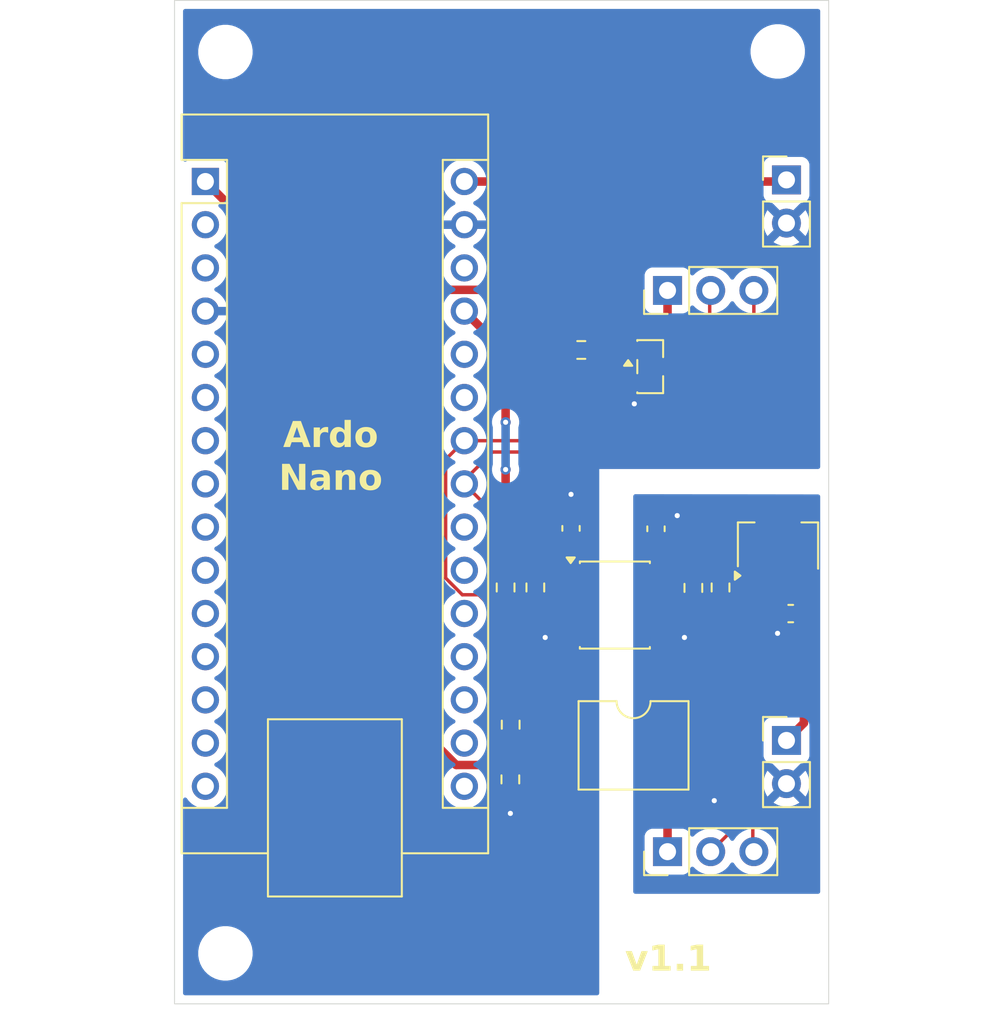
<source format=kicad_pcb>
(kicad_pcb (version 20241229) (generator "pcbnew") (generator_version "9.0")
  (layers (0 "F.Cu" power) (2 "B.Cu" power) (13 "F.Paste" user) (15 "B.Paste" user) (5 "F.SilkS" user "F.Silkscreen") (7 "B.SilkS" user "B.Silkscreen") (1 "F.Mask" user) (3 "B.Mask" user) (25 "Edge.Cuts" user))
  (net 0 "")
  (net 1 "GND1")
  (net 2 "GND2")
  (net 3 "ENABLE")
  (net 4 "IN1")
  (net 5 "IN2")
  (net 17 "Net-(A1-A5)")
  (net 18 "Net-(A1-+5V)")
  (net 21 "Net-(A1-A4)")
  (net 29 "Net-(U1-OUT)")
  (net 30 "Net-(J3-Pin_1)")
  (net 31 "Net-(J5-Pin_3)")
  (net 32 "Net-(J5-Pin_1)")
  (net 33 "Net-(J5-Pin_2)")
  (net 34 "Net-(Q1-B)")
  (net 35 "Net-(R7-Pad1)")
  (footprint "Connector_PinHeader_2.54mm:PinHeader_1x02_P2.54mm_Vertical" (layer "F.Cu") (at 72.018598 56.52)
    (property "Reference" "J2" (hide yes))
    (property "Value" "Conn_01x02_Pin")
    (fp_line (start -1.38 -1.38) (end 0 -1.38) (stroke (width 0.12)) (layer "F.SilkS"))
    (fp_line (start -1.38 0) (end -1.38 -1.38) (stroke (width 0.12)) (layer "F.SilkS"))
    (fp_line (start -1.38 1.27) (end -1.38 3.92) (stroke (width 0.12)) (layer "F.SilkS"))
    (fp_line (start -1.38 1.27) (end 1.38 1.27) (stroke (width 0.12)) (layer "F.SilkS"))
    (fp_line (start -1.38 3.92) (end 1.38 3.92) (stroke (width 0.12)) (layer "F.SilkS"))
    (fp_line (start 1.38 1.27) (end 1.38 3.92) (stroke (width 0.12)) (layer "F.SilkS"))
    (pad "1" thru_hole rect (at 0 0) (size 1.7 1.7) (drill 1) (layers "*.Cu" "*.Mask") (net 4 "IN1"))
    (pad "2" thru_hole circle (at 0 2.54) (size 1.7 1.7) (drill 1) (layers "*.Cu" "*.Mask") (net 1 "GND1"))
  )
  (footprint "Package_DIP:SMDIP-4_W9.53mm" (layer "F.Cu") (at 63.018598 89.77)
    (property "Reference" "U3" (hide yes))
    (property "Value" "LTV-817S")
    (fp_line (start -3.235 -2.6) (end -3.235 2.6) (stroke (width 0.12)) (layer "F.SilkS"))
    (fp_line (start -3.235 2.6) (end 3.235 2.6) (stroke (width 0.12)) (layer "F.SilkS"))
    (fp_line (start -1 -2.6) (end -3.235 -2.6) (stroke (width 0.12)) (layer "F.SilkS"))
    (fp_line (start 3.235 -2.6) (end 1 -2.6) (stroke (width 0.12)) (layer "F.SilkS"))
    (fp_line (start 3.235 2.6) (end 3.235 -2.6) (stroke (width 0.12)) (layer "F.SilkS"))
    (fp_arc (start 1 -2.6) (mid 0 -1.6) (end -1 -2.6) (stroke (width 0.12)) (layer "F.SilkS"))
    (pad "1" smd roundrect (at -4.765 -1.27) (size 2 1.78) (layers "F.Cu" "F.Mask" "F.Paste") (roundrect_rratio 0.140449) (net 35 "Net-(R7-Pad1)"))
    (pad "2" smd roundrect (at -4.765 1.27) (size 2 1.78) (layers "F.Cu" "F.Mask" "F.Paste") (roundrect_rratio 0.140449) (net 1 "GND1"))
    (pad "3" smd roundrect (at 4.765 1.27) (size 2 1.78) (layers "F.Cu" "F.Mask" "F.Paste") (roundrect_rratio 0.140449) (net 2 "GND2"))
    (pad "4" smd roundrect (at 4.765 -1.27) (size 2 1.78) (layers "F.Cu" "F.Mask" "F.Paste") (roundrect_rratio 0.140449) (net 32 "Net-(J5-Pin_1)"))
  )
  (footprint "Capacitor_SMD:C_0603_1608Metric" (layer "F.Cu") (at 72.268598 82.02 180)
    (property "Reference" "C4" (hide yes))
    (property "Value" "0.33uF")
    (fp_line (start -0.14058 0.51) (end 0.14058 0.51) (stroke (width 0.12)) (layer "F.SilkS"))
    (fp_line (start -0.14058 -0.51) (end 0.14058 -0.51) (stroke (width 0.12)) (layer "F.SilkS"))
    (pad "1" smd roundrect (at -0.775 0 180) (size 0.9 0.95) (layers "F.Cu" "F.Mask" "F.Paste") (net 5 "IN2"))
    (pad "2" smd roundrect (at 0.775 0 180) (size 0.9 0.95) (layers "F.Cu" "F.Mask" "F.Paste") (net 2 "GND2"))
  )
  (footprint "Capacitor_SMD:C_0603_1608Metric" (layer "F.Cu") (at 59.338598 77.01 90)
    (property "Reference" "C1" (hide yes))
    (property "Value" "0.1uF")
    (fp_line (start -0.14058 -0.51) (end 0.14058 -0.51) (stroke (width 0.12)) (layer "F.SilkS"))
    (fp_line (start -0.14058 0.51) (end 0.14058 0.51) (stroke (width 0.12)) (layer "F.SilkS"))
    (pad "1" smd roundrect (at -0.775 0 90) (size 0.9 0.95) (layers "F.Cu" "F.Mask" "F.Paste") (net 18 "Net-(A1-+5V)"))
    (pad "2" smd roundrect (at 0.775 0 90) (size 0.9 0.95) (layers "F.Cu" "F.Mask" "F.Paste") (net 1 "GND1"))
  )
  (footprint "Resistor_SMD:R_0603_1608Metric" (layer "F.Cu") (at 59.943598 66.52 180)
    (property "Reference" "R6" (hide yes))
    (property "Value" "4,7k")
    (fp_line (start -0.237258 0.5225) (end 0.237258 0.5225) (stroke (width 0.12)) (layer "F.SilkS"))
    (fp_line (start -0.237258 -0.5225) (end 0.237258 -0.5225) (stroke (width 0.12)) (layer "F.SilkS"))
    (pad "1" smd roundrect (at -0.825 0 180) (size 0.8 0.95) (layers "F.Cu" "F.Mask" "F.Paste") (net 34 "Net-(Q1-B)"))
    (pad "2" smd roundrect (at 0.825 0 180) (size 0.8 0.95) (layers "F.Cu" "F.Mask" "F.Paste") (net 3 "ENABLE"))
  )
  (footprint "MountingHole:MountingHole_2.7mm_M2.5_DIN965" (layer "F.Cu") (at 39 49)
    (property "Reference" "REF**" (hide yes))
    (property "Value" "MountingHole_2.7mm_M2.5_DIN965")
    (pad "" np_thru_hole circle (at 0 0) (size 2.7 2.7) (drill 2.7) (layers "*.Cu" "*.Mask"))
  )
  (footprint "Connector_PinHeader_2.54mm:PinHeader_1x02_P2.54mm_Vertical" (layer "F.Cu") (at 72.018598 89.48)
    (property "Reference" "J4" (hide yes))
    (property "Value" "Conn_01x02_Pin")
    (fp_line (start -1.38 -1.38) (end 0 -1.38) (stroke (width 0.12)) (layer "F.SilkS"))
    (fp_line (start -1.38 0) (end -1.38 -1.38) (stroke (width 0.12)) (layer "F.SilkS"))
    (fp_line (start -1.38 1.27) (end -1.38 3.92) (stroke (width 0.12)) (layer "F.SilkS"))
    (fp_line (start -1.38 1.27) (end 1.38 1.27) (stroke (width 0.12)) (layer "F.SilkS"))
    (fp_line (start -1.38 3.92) (end 1.38 3.92) (stroke (width 0.12)) (layer "F.SilkS"))
    (fp_line (start 1.38 1.27) (end 1.38 3.92) (stroke (width 0.12)) (layer "F.SilkS"))
    (pad "1" thru_hole rect (at 0 0) (size 1.7 1.7) (drill 1) (layers "*.Cu" "*.Mask") (net 5 "IN2"))
    (pad "2" thru_hole circle (at 0 2.54) (size 1.7 1.7) (drill 1) (layers "*.Cu" "*.Mask") (net 2 "GND2"))
  )
  (footprint "Resistor_SMD:R_0603_1608Metric" (layer "F.Cu") (at 55.488598 80.485 90)
    (property "Reference" "R2" (hide yes))
    (property "Value" "2,2k")
    (fp_line (start -0.237258 -0.5225) (end 0.237258 -0.5225) (stroke (width 0.12)) (layer "F.SilkS"))
    (fp_line (start -0.237258 0.5225) (end 0.237258 0.5225) (stroke (width 0.12)) (layer "F.SilkS"))
    (pad "1" smd roundrect (at -0.825 0 90) (size 0.8 0.95) (layers "F.Cu" "F.Mask" "F.Paste") (net 21 "Net-(A1-A4)"))
    (pad "2" smd roundrect (at 0.825 0 90) (size 0.8 0.95) (layers "F.Cu" "F.Mask" "F.Paste") (net 18 "Net-(A1-+5V)"))
  )
  (footprint "Connector_PinHeader_2.54mm:PinHeader_1x03_P2.54mm_Vertical" (layer "F.Cu") (at 65.018598 96.02 90)
    (property "Reference" "J5" (hide yes))
    (property "Value" "Conn_01x03_Pin")
    (fp_line (start -1.38 -1.38) (end 0 -1.38) (stroke (width 0.12)) (layer "F.SilkS"))
    (fp_line (start -1.38 0) (end -1.38 -1.38) (stroke (width 0.12)) (layer "F.SilkS"))
    (fp_line (start 1.38 1.27) (end 1.38 6.46) (stroke (width 0.12)) (layer "F.SilkS"))
    (fp_line (start -1.38 1.27) (end 1.38 1.27) (stroke (width 0.12)) (layer "F.SilkS"))
    (fp_line (start -1.38 1.27) (end -1.38 6.46) (stroke (width 0.12)) (layer "F.SilkS"))
    (fp_line (start -1.38 6.46) (end 1.38 6.46) (stroke (width 0.12)) (layer "F.SilkS"))
    (pad "1" thru_hole rect (at 0 0 90) (size 1.7 1.7) (drill 1) (layers "*.Cu" "*.Mask") (net 32 "Net-(J5-Pin_1)"))
    (pad "2" thru_hole circle (at 0 2.54 90) (size 1.7 1.7) (drill 1) (layers "*.Cu" "*.Mask") (net 33 "Net-(J5-Pin_2)"))
    (pad "3" thru_hole circle (at 0 5.08 90) (size 1.7 1.7) (drill 1) (layers "*.Cu" "*.Mask") (net 31 "Net-(J5-Pin_3)"))
  )
  (footprint "Connector_PinHeader_2.54mm:PinHeader_1x03_P2.54mm_Vertical" (layer "F.Cu") (at 65.018598 63.019916 90)
    (property "Reference" "J3" (hide yes))
    (property "Value" "Conn_01x03_Pin")
    (fp_line (start -1.38 -1.38) (end 0 -1.38) (stroke (width 0.12)) (layer "F.SilkS"))
    (fp_line (start -1.38 0) (end -1.38 -1.38) (stroke (width 0.12)) (layer "F.SilkS"))
    (fp_line (start 1.38 1.27) (end 1.38 6.46) (stroke (width 0.12)) (layer "F.SilkS"))
    (fp_line (start -1.38 1.27) (end 1.38 1.27) (stroke (width 0.12)) (layer "F.SilkS"))
    (fp_line (start -1.38 1.27) (end -1.38 6.46) (stroke (width 0.12)) (layer "F.SilkS"))
    (fp_line (start -1.38 6.46) (end 1.38 6.46) (stroke (width 0.12)) (layer "F.SilkS"))
    (pad "1" thru_hole rect (at 0 0 90) (size 1.7 1.7) (drill 1) (layers "*.Cu" "*.Mask") (net 30 "Net-(J3-Pin_1)"))
    (pad "2" thru_hole circle (at 0 2.54 90) (size 1.7 1.7) (drill 1) (layers "*.Cu" "*.Mask") (net 17 "Net-(A1-A5)"))
    (pad "3" thru_hole circle (at 0 5.08 90) (size 1.7 1.7) (drill 1) (layers "*.Cu" "*.Mask") (net 21 "Net-(A1-A4)"))
  )
  (footprint "Resistor_SMD:R_0603_1608Metric" (layer "F.Cu") (at 55.768598 91.77 -90)
    (property "Reference" "R5" (hide yes))
    (property "Value" "10k")
    (fp_line (start -0.237258 0.5225) (end 0.237258 0.5225) (stroke (width 0.12)) (layer "F.SilkS"))
    (fp_line (start -0.237258 -0.5225) (end 0.237258 -0.5225) (stroke (width 0.12)) (layer "F.SilkS"))
    (pad "1" smd roundrect (at -0.825 0 270) (size 0.8 0.95) (layers "F.Cu" "F.Mask" "F.Paste") (net 3 "ENABLE"))
    (pad "2" smd roundrect (at 0.825 0 270) (size 0.8 0.95) (layers "F.Cu" "F.Mask" "F.Paste") (net 1 "GND1"))
  )
  (footprint "Capacitor_SMD:C_0603_1608Metric" (layer "F.Cu") (at 64.338598 77.035 90)
    (property "Reference" "C3" (hide yes))
    (property "Value" "0.1uF")
    (fp_line (start -0.14058 -0.51) (end 0.14058 -0.51) (stroke (width 0.12)) (layer "F.SilkS"))
    (fp_line (start -0.14058 0.51) (end 0.14058 0.51) (stroke (width 0.12)) (layer "F.SilkS"))
    (pad "1" smd roundrect (at -0.775 0 90) (size 0.9 0.95) (layers "F.Cu" "F.Mask" "F.Paste") (net 29 "Net-(U1-OUT)"))
    (pad "2" smd roundrect (at 0.775 0 90) (size 0.9 0.95) (layers "F.Cu" "F.Mask" "F.Paste") (net 2 "GND2"))
  )
  (footprint "MountingHole:MountingHole_2.7mm_M2.5_DIN965" (layer "F.Cu") (at 71.504253 101.966766)
    (property "Reference" "REF**" (hide yes))
    (property "Value" "MountingHole_2.7mm_M2.5_DIN965")
    (pad "" np_thru_hole circle (at 0 0) (size 2.7 2.7) (drill 2.7) (layers "*.Cu" "*.Mask"))
  )
  (footprint "MountingHole:MountingHole_2.7mm_M2.5_DIN965" (layer "F.Cu") (at 71.504253 48.966766)
    (property "Reference" "REF**" (hide yes))
    (property "Value" "MountingHole_2.7mm_M2.5_DIN965")
    (pad "" np_thru_hole circle (at 0 0) (size 2.7 2.7) (drill 2.7) (layers "*.Cu" "*.Mask"))
  )
  (footprint "Package_TO_SOT_SMD:SOT-23" (layer "F.Cu") (at 64 67.5)
    (property "Reference" "Q1" (hide yes))
    (property "Value" "BC817")
    (fp_line (start -0.76 -1.56) (end 0.76 -1.56) (stroke (width 0.12)) (layer "F.SilkS"))
    (fp_line (start -0.76 -1.51) (end -0.76 -1.56) (stroke (width 0.12)) (layer "F.SilkS"))
    (fp_line (start -0.76 0.39) (end -0.76 -0.39) (stroke (width 0.12)) (layer "F.SilkS"))
    (fp_line (start -0.76 1.56) (end -0.76 1.51) (stroke (width 0.12)) (layer "F.SilkS"))
    (fp_line (start 0.76 -1.56) (end 0.76 -0.56) (stroke (width 0.12)) (layer "F.SilkS"))
    (fp_line (start 0.76 0.56) (end 0.76 1.56) (stroke (width 0.12)) (layer "F.SilkS"))
    (fp_line (start 0.76 1.56) (end -0.76 1.56) (stroke (width 0.12)) (layer "F.SilkS"))
    (fp_poly (pts (xy -1.3 -0.38) (xy -1.06 -0.05) (xy -1.54 -0.05)) (stroke (width 0.12)) (fill yes) (layer "F.SilkS"))
    (pad "1" smd roundrect (at -0.9375 -0.95) (size 1.475 0.6) (layers "F.Cu" "F.Mask" "F.Paste") (net 34 "Net-(Q1-B)"))
    (pad "2" smd roundrect (at -0.9375 0.95) (size 1.475 0.6) (layers "F.Cu" "F.Mask" "F.Paste") (net 1 "GND1"))
    (pad "3" smd roundrect (at 0.9375 0) (size 1.475 0.6) (layers "F.Cu" "F.Mask" "F.Paste") (net 30 "Net-(J3-Pin_1)"))
  )
  (footprint "Resistor_SMD:R_0603_1608Metric" (layer "F.Cu") (at 57.238598 80.485 90)
    (property "Reference" "R1" (hide yes))
    (property "Value" "2,2k")
    (fp_line (start -0.237258 -0.5225) (end 0.237258 -0.5225) (stroke (width 0.12)) (layer "F.SilkS"))
    (fp_line (start -0.237258 0.5225) (end 0.237258 0.5225) (stroke (width 0.12)) (layer "F.SilkS"))
    (pad "1" smd roundrect (at -0.825 0 90) (size 0.8 0.95) (layers "F.Cu" "F.Mask" "F.Paste") (net 17 "Net-(A1-A5)"))
    (pad "2" smd roundrect (at 0.825 0 90) (size 0.8 0.95) (layers "F.Cu" "F.Mask" "F.Paste") (net 18 "Net-(A1-+5V)"))
  )
  (footprint "Resistor_SMD:R_0603_1608Metric" (layer "F.Cu") (at 66.538598 80.51 90)
    (property "Reference" "R4" (hide yes))
    (property "Value" "2,2k")
    (fp_line (start -0.237258 -0.5225) (end 0.237258 -0.5225) (stroke (width 0.12)) (layer "F.SilkS"))
    (fp_line (start -0.237258 0.5225) (end 0.237258 0.5225) (stroke (width 0.12)) (layer "F.SilkS"))
    (pad "1" smd roundrect (at -0.825 0 90) (size 0.8 0.95) (layers "F.Cu" "F.Mask" "F.Paste") (net 33 "Net-(J5-Pin_2)"))
    (pad "2" smd roundrect (at 0.825 0 90) (size 0.8 0.95) (layers "F.Cu" "F.Mask" "F.Paste") (net 29 "Net-(U1-OUT)"))
  )
  (footprint "Package_SO:SOIC-8_3.9x4.9mm_P1.27mm" (layer "F.Cu") (at 61.918598 81.52)
    (property "Reference" "U2" (hide yes))
    (property "Value" "ADuM1250")
    (fp_line (start -2.06 -2.56) (end 2.06 -2.56) (stroke (width 0.12)) (layer "F.SilkS"))
    (fp_line (start -2.06 -2.465) (end -2.06 -2.56) (stroke (width 0.12)) (layer "F.SilkS"))
    (fp_line (start -2.06 2.56) (end -2.06 2.465) (stroke (width 0.12)) (layer "F.SilkS"))
    (fp_line (start 2.06 -2.56) (end 2.06 -2.465) (stroke (width 0.12)) (layer "F.SilkS"))
    (fp_line (start 2.06 2.465) (end 2.06 2.56) (stroke (width 0.12)) (layer "F.SilkS"))
    (fp_line (start 2.06 2.56) (end -2.06 2.56) (stroke (width 0.12)) (layer "F.SilkS"))
    (fp_poly (pts (xy -2.6 -2.47) (xy -2.84 -2.8) (xy -2.36 -2.8)) (stroke (width 0.12)) (fill yes) (layer "F.SilkS"))
    (pad "1" smd roundrect (at -2.475 -1.905) (size 1.95 0.6) (layers "F.Cu" "F.Mask" "F.Paste") (net 18 "Net-(A1-+5V)"))
    (pad "2" smd roundrect (at -2.475 -0.635) (size 1.95 0.6) (layers "F.Cu" "F.Mask" "F.Paste") (net 21 "Net-(A1-A4)"))
    (pad "3" smd roundrect (at -2.475 0.635) (size 1.95 0.6) (layers "F.Cu" "F.Mask" "F.Paste") (net 17 "Net-(A1-A5)"))
    (pad "4" smd roundrect (at -2.475 1.905) (size 1.95 0.6) (layers "F.Cu" "F.Mask" "F.Paste") (net 1 "GND1"))
    (pad "5" smd roundrect (at 2.475 1.905) (size 1.95 0.6) (layers "F.Cu" "F.Mask" "F.Paste") (net 2 "GND2"))
    (pad "6" smd roundrect (at 2.475 0.635) (size 1.95 0.6) (layers "F.Cu" "F.Mask" "F.Paste") (net 33 "Net-(J5-Pin_2)"))
    (pad "7" smd roundrect (at 2.475 -0.635) (size 1.95 0.6) (layers "F.Cu" "F.Mask" "F.Paste") (net 31 "Net-(J5-Pin_3)"))
    (pad "8" smd roundrect (at 2.475 -1.905) (size 1.95 0.6) (layers "F.Cu" "F.Mask" "F.Paste") (net 29 "Net-(U1-OUT)"))
  )
  (footprint "Package_TO_SOT_SMD:SOT-89-3" (layer "F.Cu") (at 71.518598 78.02 90)
    (property "Reference" "U1" (hide yes))
    (property "Value" "L78L05")
    (fp_line (start -1.22 -2.36) (end 1.36 -2.36) (stroke (width 0.12)) (layer "F.SilkS"))
    (fp_line (start 1.36 -1.38) (end 1.36 -2.36) (stroke (width 0.12)) (layer "F.SilkS"))
    (fp_line (start 1.36 1.38) (end 1.36 2.36) (stroke (width 0.12)) (layer "F.SilkS"))
    (fp_line (start 1.36 2.36) (end -1.36 2.36) (stroke (width 0.12)) (layer "F.SilkS"))
    (fp_poly (pts (xy -1.77 -2.21) (xy -2.01 -2.54) (xy -1.53 -2.54) (xy -1.77 -2.21)) (stroke (width 0.12)) (fill yes) (layer "F.SilkS"))
    (pad "1" smd roundrect (at -1.95 -1.5 90) (size 1.3 0.9) (layers "F.Cu" "F.Mask" "F.Paste") (net 29 "Net-(U1-OUT)"))
    (pad "2" smd custom (at -1.8625 0 90) (size 1.475 0.9) (layers "F.Cu" "F.Mask" "F.Paste") (net 2 "GND2") (options (clearance outline) (anchor rect)) (primitives (gr_poly (pts (xy 3.8625 0.8665) (xy 0.7375 0.8665) (xy 0.7375 -0.8665) (xy 3.8625 -0.8665)) (width 0) (fill yes))))
    (pad "3" smd roundrect (at -1.95 1.5 90) (size 1.3 0.9) (layers "F.Cu" "F.Mask" "F.Paste") (net 5 "IN2"))
  )
  (footprint "Resistor_SMD:R_0603_1608Metric" (layer "F.Cu") (at 55.787841 88.552817 -90)
    (property "Reference" "R7" (hide yes))
    (property "Value" "1k")
    (fp_line (start -0.237258 0.5225) (end 0.237258 0.5225) (stroke (width 0.12)) (layer "F.SilkS"))
    (fp_line (start -0.237258 -0.5225) (end 0.237258 -0.5225) (stroke (width 0.12)) (layer "F.SilkS"))
    (pad "1" smd roundrect (at -0.825 0 270) (size 0.8 0.95) (layers "F.Cu" "F.Mask" "F.Paste") (net 35 "Net-(R7-Pad1)"))
    (pad "2" smd roundrect (at 0.825 0 270) (size 0.8 0.95) (layers "F.Cu" "F.Mask" "F.Paste") (net 3 "ENABLE"))
  )
  (footprint "MountingHole:MountingHole_2.7mm_M2.5_DIN965" (layer "F.Cu") (at 39 102)
    (property "Reference" "REF**" (hide yes))
    (property "Value" "MountingHole_2.7mm_M2.5_DIN965")
    (pad "" np_thru_hole circle (at 0 0) (size 2.7 2.7) (drill 2.7) (layers "*.Cu" "*.Mask"))
  )
  (footprint "Module:Arduino_Nano" (layer "F.Cu") (at 37.821098 56.615)
    (property "Reference" "A1" (hide yes))
    (property "Value" "Arduino_Nano_R4")
    (fp_line (start -1.4 -3.94) (end -1.4 -1.27) (stroke (width 0.12)) (layer "F.SilkS"))
    (fp_line (start -1.4 1.27) (end -1.4 39.5) (stroke (width 0.12)) (layer "F.SilkS"))
    (fp_line (start -1.4 39.5) (end 3.68 39.5) (stroke (width 0.12)) (layer "F.SilkS"))
    (fp_line (start 1.27 -1.27) (end -1.4 -1.27) (stroke (width 0.12)) (layer "F.SilkS"))
    (fp_line (start 1.27 1.27) (end -1.4 1.27) (stroke (width 0.12)) (layer "F.SilkS"))
    (fp_line (start 1.27 1.27) (end 1.27 -1.27) (stroke (width 0.12)) (layer "F.SilkS"))
    (fp_line (start 1.27 1.27) (end 1.27 36.83) (stroke (width 0.12)) (layer "F.SilkS"))
    (fp_line (start 1.27 36.83) (end -1.4 36.83) (stroke (width 0.12)) (layer "F.SilkS"))
    (fp_line (start 3.68 31.62) (end 11.56 31.62) (stroke (width 0.12)) (layer "F.SilkS"))
    (fp_line (start 3.68 42.04) (end 3.68 31.62) (stroke (width 0.12)) (layer "F.SilkS"))
    (fp_line (start 11.56 31.62) (end 11.56 42.04) (stroke (width 0.12)) (layer "F.SilkS"))
    (fp_line (start 11.56 42.04) (end 3.68 42.04) (stroke (width 0.12)) (layer "F.SilkS"))
    (fp_line (start 13.97 -1.27) (end 13.97 36.83) (stroke (width 0.12)) (layer "F.SilkS"))
    (fp_line (start 13.97 -1.27) (end 16.64 -1.27) (stroke (width 0.12)) (layer "F.SilkS"))
    (fp_line (start 13.97 36.83) (end 16.64 36.83) (stroke (width 0.12)) (layer "F.SilkS"))
    (fp_line (start 16.64 -3.94) (end -1.4 -3.94) (stroke (width 0.12)) (layer "F.SilkS"))
    (fp_line (start 16.64 39.5) (end 11.56 39.5) (stroke (width 0.12)) (layer "F.SilkS"))
    (fp_line (start 16.64 39.5) (end 16.64 -3.94) (stroke (width 0.12)) (layer "F.SilkS"))
    (pad "1" thru_hole rect (at 0 0) (size 1.6 1.6) (drill 1) (layers "*.Cu" "*.Mask") (net 3 "ENABLE"))
    (pad "2" thru_hole oval (at 0 2.54) (size 1.6 1.6) (drill 1) (layers "*.Cu" "*.Mask"))
    (pad "3" thru_hole oval (at 0 5.08) (size 1.6 1.6) (drill 1) (layers "*.Cu" "*.Mask"))
    (pad "4" thru_hole oval (at 0 7.62) (size 1.6 1.6) (drill 1) (layers "*.Cu" "*.Mask") (net 1 "GND1"))
    (pad "5" thru_hole oval (at 0 10.16) (size 1.6 1.6) (drill 1) (layers "*.Cu" "*.Mask"))
    (pad "6" thru_hole oval (at 0 12.7) (size 1.6 1.6) (drill 1) (layers "*.Cu" "*.Mask"))
    (pad "7" thru_hole oval (at 0 15.24) (size 1.6 1.6) (drill 1) (layers "*.Cu" "*.Mask"))
    (pad "8" thru_hole oval (at 0 17.78) (size 1.6 1.6) (drill 1) (layers "*.Cu" "*.Mask"))
    (pad "9" thru_hole oval (at 0 20.32) (size 1.6 1.6) (drill 1) (layers "*.Cu" "*.Mask"))
    (pad "10" thru_hole oval (at 0 22.86) (size 1.6 1.6) (drill 1) (layers "*.Cu" "*.Mask"))
    (pad "11" thru_hole oval (at 0 25.4) (size 1.6 1.6) (drill 1) (layers "*.Cu" "*.Mask"))
    (pad "12" thru_hole oval (at 0 27.94) (size 1.6 1.6) (drill 1) (layers "*.Cu" "*.Mask"))
    (pad "13" thru_hole oval (at 0 30.48) (size 1.6 1.6) (drill 1) (layers "*.Cu" "*.Mask"))
    (pad "14" thru_hole oval (at 0 33.02) (size 1.6 1.6) (drill 1) (layers "*.Cu" "*.Mask"))
    (pad "15" thru_hole oval (at 0 35.56) (size 1.6 1.6) (drill 1) (layers "*.Cu" "*.Mask"))
    (pad "16" thru_hole oval (at 15.24 35.56) (size 1.6 1.6) (drill 1) (layers "*.Cu" "*.Mask"))
    (pad "17" thru_hole oval (at 15.24 33.02) (size 1.6 1.6) (drill 1) (layers "*.Cu" "*.Mask"))
    (pad "18" thru_hole oval (at 15.24 30.48) (size 1.6 1.6) (drill 1) (layers "*.Cu" "*.Mask"))
    (pad "19" thru_hole oval (at 15.24 27.94) (size 1.6 1.6) (drill 1) (layers "*.Cu" "*.Mask"))
    (pad "20" thru_hole oval (at 15.24 25.4) (size 1.6 1.6) (drill 1) (layers "*.Cu" "*.Mask"))
    (pad "21" thru_hole oval (at 15.24 22.86) (size 1.6 1.6) (drill 1) (layers "*.Cu" "*.Mask"))
    (pad "22" thru_hole oval (at 15.24 20.32) (size 1.6 1.6) (drill 1) (layers "*.Cu" "*.Mask"))
    (pad "23" thru_hole oval (at 15.24 17.78) (size 1.6 1.6) (drill 1) (layers "*.Cu" "*.Mask") (net 21 "Net-(A1-A4)"))
    (pad "24" thru_hole oval (at 15.24 15.24) (size 1.6 1.6) (drill 1) (layers "*.Cu" "*.Mask") (net 17 "Net-(A1-A5)"))
    (pad "25" thru_hole oval (at 15.24 12.7) (size 1.6 1.6) (drill 1) (layers "*.Cu" "*.Mask"))
    (pad "26" thru_hole oval (at 15.24 10.16) (size 1.6 1.6) (drill 1) (layers "*.Cu" "*.Mask"))
    (pad "27" thru_hole oval (at 15.24 7.62) (size 1.6 1.6) (drill 1) (layers "*.Cu" "*.Mask") (net 18 "Net-(A1-+5V)"))
    (pad "28" thru_hole oval (at 15.24 5.08) (size 1.6 1.6) (drill 1) (layers "*.Cu" "*.Mask"))
    (pad "29" thru_hole oval (at 15.24 2.54) (size 1.6 1.6) (drill 1) (layers "*.Cu" "*.Mask") (net 1 "GND1"))
    (pad "30" thru_hole oval (at 15.24 0) (size 1.6 1.6) (drill 1) (layers "*.Cu" "*.Mask") (net 4 "IN1"))
  )
  (footprint "Resistor_SMD:R_0603_1608Metric" (layer "F.Cu") (at 68.138598 80.485 90)
    (property "Reference" "R3" (hide yes))
    (property "Value" "2,2k")
    (fp_line (start -0.237258 -0.5225) (end 0.237258 -0.5225) (stroke (width 0.12)) (layer "F.SilkS"))
    (fp_line (start -0.237258 0.5225) (end 0.237258 0.5225) (stroke (width 0.12)) (layer "F.SilkS"))
    (pad "1" smd roundrect (at -0.825 0 90) (size 0.8 0.95) (layers "F.Cu" "F.Mask" "F.Paste") (net 31 "Net-(J5-Pin_3)"))
    (pad "2" smd roundrect (at 0.825 0 90) (size 0.8 0.95) (layers "F.Cu" "F.Mask" "F.Paste") (net 29 "Net-(U1-OUT)"))
  )
  (gr_rect (start 36.004253 45.966766) (end 74.504253 104.966766) (stroke (width 0.05)) (fill no) (layer "Edge.Cuts"))
  (gr_text "Ardo\nNano" (at 45.195174 72.863196 0) (layer "F.SilkS") (effects (font (size 1.5 1.5) (thickness 0.3) (bold yes))))
  (gr_text "v1.1" (at 62.518598 103.27 0) (layer "F.SilkS") (effects (font (size 1.5 1.5) (thickness 0.3) (bold yes)) (justify left bottom)))
  (segment (start 63.0625 69.6875) (end 63.0625 68.45) (width 0.5) (layer "F.Cu") (net 1))
  (segment (start 59.443598 83.425) (end 57.818598 83.425) (width 0.5) (layer "F.Cu") (net 1))
  (segment (start 55.768598 92.595) (end 55.768598 93.77) (width 0.5) (layer "F.Cu") (net 1))
  (segment (start 57.693598 92.595) (end 58.253598 92.035) (width 0.5) (layer "F.Cu") (net 1))
  (segment (start 55.768598 92.595) (end 57.693598 92.595) (width 0.5) (layer "F.Cu") (net 1))
  (segment (start 59.338598 76.235) (end 59.338598 75.01) (width 0.5) (layer "F.Cu") (net 1))
  (segment (start 58.253598 92.035) (end 58.253598 91.04) (width 0.5) (layer "F.Cu") (net 1))
  (via (at 57.818598 83.425) (size 0.6) (drill 0.3) (layers "F.Cu" "B.Cu") (net 1))
  (via (at 63.0625 69.6875) (size 0.6) (drill 0.3) (layers "F.Cu" "B.Cu") (net 1))
  (via (at 59.338598 75.01) (size 0.6) (drill 0.3) (layers "F.Cu" "B.Cu") (net 1))
  (via (at 55.768598 93.77) (size 0.6) (drill 0.3) (layers "F.Cu" "B.Cu") (net 1))
  (segment (start 64.393598 83.425) (end 66.013598 83.425) (width 0.5) (layer "F.Cu") (net 2))
  (segment (start 71.493598 81.732111) (end 71.493598 82.02) (width 0.5) (layer "F.Cu") (net 2))
  (segment (start 65.588598 76.26) (end 64.338598 76.26) (width 0.5) (layer "F.Cu") (net 2))
  (segment (start 71.493598 83.182111) (end 71.493598 82.02) (width 0.5) (layer "F.Cu") (net 2))
  (segment (start 67.783598 91.04) (end 67.783598 93.005) (width 0.5) (layer "F.Cu") (net 2))
  (segment (start 71.518598 81.707111) (end 71.493598 81.732111) (width 0.5) (layer "F.Cu") (net 2))
  (segment (start 67.783598 93.005) (end 67.768598 93.02) (width 0.5) (layer "F.Cu") (net 2))
  (segment (start 71.518598 79.8825) (end 71.518598 81.707111) (width 0.5) (layer "F.Cu") (net 2))
  (via (at 71.493598 83.182111) (size 0.6) (drill 0.3) (layers "F.Cu" "B.Cu") (net 2))
  (via (at 65.588598 76.26) (size 0.6) (drill 0.3) (layers "F.Cu" "B.Cu") (net 2))
  (via (at 67.768598 93.02) (size 0.6) (drill 0.3) (layers "F.Cu" "B.Cu") (net 2))
  (via (at 66.013598 83.425) (size 0.6) (drill 0.3) (layers "F.Cu" "B.Cu") (net 2))
  (segment (start 52.580916 90.924) (end 51.268598 89.611682) (width 0.5) (layer "F.Cu") (net 3))
  (segment (start 55.768598 90.945) (end 55.747598 90.924) (width 0.5) (layer "F.Cu") (net 3))
  (segment (start 54.982207 62.984) (end 58.518207 66.52) (width 0.5) (layer "F.Cu") (net 3))
  (segment (start 58.518207 66.52) (end 59.118598 66.52) (width 0.5) (layer "F.Cu") (net 3))
  (segment (start 55.747598 90.924) (end 52.580916 90.924) (width 0.5) (layer "F.Cu") (net 3))
  (segment (start 55.768598 89.39706) (end 55.787841 89.377817) (width 0.5) (layer "F.Cu") (net 3))
  (segment (start 37.821098 56.615) (end 44.190098 62.984) (width 0.5) (layer "F.Cu") (net 3))
  (segment (start 51.268598 62.984) (end 54.982207 62.984) (width 0.5) (layer "F.Cu") (net 3))
  (segment (start 44.190098 62.984) (end 51.268598 62.984) (width 0.5) (layer "F.Cu") (net 3))
  (segment (start 55.768598 90.945) (end 55.768598 89.39706) (width 0.5) (layer "F.Cu") (net 3))
  (segment (start 51.268598 89.611682) (end 51.268598 62.984) (width 0.5) (layer "F.Cu") (net 3))
  (segment (start 71.923598 56.615) (end 72.018598 56.52) (width 0.5) (layer "F.Cu") (net 4))
  (segment (start 53.061098 56.615) (end 71.923598 56.615) (width 0.5) (layer "F.Cu") (net 4))
  (segment (start 73.043598 81.682111) (end 73.043598 82.02) (width 0.5) (layer "F.Cu") (net 5))
  (segment (start 73.043598 82.02) (end 73.043598 88.455) (width 0.5) (layer "F.Cu") (net 5))
  (segment (start 73.018598 79.97) (end 73.018598 81.657111) (width 0.5) (layer "F.Cu") (net 5))
  (segment (start 73.018598 81.657111) (end 73.043598 81.682111) (width 0.5) (layer "F.Cu") (net 5))
  (segment (start 73.043598 88.455) (end 72.018598 89.48) (width 0.5) (layer "F.Cu") (net 5))
  (segment (start 66.645 71.855) (end 53.061098 71.855) (width 0.2) (layer "F.Cu") (net 17))
  (segment (start 57.238598 81.31) (end 58.083598 82.155) (width 0.2) (layer "F.Cu") (net 17))
  (segment (start 67.5 71) (end 66.645 71.855) (width 0.2) (layer "F.Cu") (net 17))
  (segment (start 58.083598 82.155) (end 59.443598 82.155) (width 0.2) (layer "F.Cu") (net 17))
  (segment (start 67.5 63.078514) (end 67.5 71) (width 0.2) (layer "F.Cu") (net 17))
  (segment (start 53.903534 80.914) (end 55.000534 82.011) (width 0.2) (layer "F.Cu") (net 17))
  (segment (start 51.960098 79.93105) (end 52.943048 80.914) (width 0.2) (layer "F.Cu") (net 17))
  (segment (start 51.960098 79.93105) (end 51.960098 72.956) (width 0.2) (layer "F.Cu") (net 17))
  (segment (start 51.960098 72.956) (end 53.061098 71.855) (width 0.2) (layer "F.Cu") (net 17))
  (segment (start 67.558598 63.019916) (end 67.5 63.078514) (width 0.2) (layer "F.Cu") (net 17))
  (segment (start 56.537598 82.011) (end 57.238598 81.31) (width 0.2) (layer "F.Cu") (net 17))
  (segment (start 55.000534 82.011) (end 56.537598 82.011) (width 0.2) (layer "F.Cu") (net 17))
  (segment (start 52.943048 80.914) (end 53.903534 80.914) (width 0.2) (layer "F.Cu") (net 17))
  (segment (start 59.443598 77.89) (end 59.338598 77.785) (width 0.5) (layer "F.Cu") (net 18))
  (segment (start 55.488598 79.66) (end 55.488598 73.55) (width 0.5) (layer "F.Cu") (net 18))
  (segment (start 55.488598 70.77) (end 55.488598 66.6625) (width 0.5) (layer "F.Cu") (net 18))
  (segment (start 55.488598 79.66) (end 59.398598 79.66) (width 0.5) (layer "F.Cu") (net 18))
  (segment (start 55.488598 66.6625) (end 53.061098 64.235) (width 0.5) (layer "F.Cu") (net 18))
  (segment (start 59.398598 79.66) (end 59.443598 79.615) (width 0.5) (layer "F.Cu") (net 18))
  (segment (start 59.443598 79.615) (end 59.443598 77.89) (width 0.5) (layer "F.Cu") (net 18))
  (via (at 55.488598 70.77) (size 0.6) (drill 0.3) (layers "F.Cu" "B.Cu") (net 18))
  (via (at 55.488598 73.55) (size 0.6) (drill 0.3) (layers "F.Cu" "B.Cu") (net 18))
  (segment (start 55.488598 70.77) (end 55.488598 73.55) (width 0.5) (layer "B.Cu") (net 18))
  (segment (start 56.213597 80.585001) (end 55.488598 81.31) (width 0.2) (layer "F.Cu") (net 21))
  (segment (start 54.712598 80.534) (end 54.712598 76.0465) (width 0.2) (layer "F.Cu") (net 21))
  (segment (start 54.712598 76.0465) (end 53.061098 74.395) (width 0.2) (layer "F.Cu") (net 21))
  (segment (start 59.443598 80.885) (end 59.143599 80.585001) (width 0.2) (layer "F.Cu") (net 21))
  (segment (start 69.324848 72.52) (end 54.718598 72.52) (width 0.2) (layer "F.Cu") (net 21))
  (segment (start 70.098598 63.019916) (end 70.098598 71.74625) (width 0.2) (layer "F.Cu") (net 21))
  (segment (start 59.143599 80.585001) (end 56.213597 80.585001) (width 0.2) (layer "F.Cu") (net 21))
  (segment (start 54.718598 72.52) (end 52.833598 74.405) (width 0.2) (layer "F.Cu") (net 21))
  (segment (start 55.488598 81.31) (end 54.712598 80.534) (width 0.2) (layer "F.Cu") (net 21))
  (segment (start 70.098598 71.74625) (end 69.324848 72.52) (width 0.2) (layer "F.Cu") (net 21))
  (segment (start 69.708598 79.66) (end 70.018598 79.97) (width 0.5) (layer "F.Cu") (net 29))
  (segment (start 68.138598 79.66) (end 69.708598 79.66) (width 0.5) (layer "F.Cu") (net 29))
  (segment (start 66.563598 79.66) (end 66.538598 79.685) (width 0.5) (layer "F.Cu") (net 29))
  (segment (start 68.138598 79.66) (end 66.563598 79.66) (width 0.5) (layer "F.Cu") (net 29))
  (segment (start 64.463598 79.685) (end 64.393598 79.615) (width 0.5) (layer "F.Cu") (net 29))
  (segment (start 66.538598 79.685) (end 64.463598 79.685) (width 0.5) (layer "F.Cu") (net 29))
  (segment (start 64.393598 79.615) (end 64.393598 77.865) (width 0.5) (layer "F.Cu") (net 29))
  (segment (start 64.393598 77.865) (end 64.338598 77.81) (width 0.5) (layer "F.Cu") (net 29))
  (segment (start 65.018598 63.019916) (end 65.018598 67.331098) (width 0.5) (layer "F.Cu") (net 30))
  (segment (start 65.018598 67.331098) (end 65.1875 67.5) (width 0.5) (layer "F.Cu") (net 30))
  (segment (start 70.037598 86.039) (end 70.020598 86.022) (width 0.2) (layer "F.Cu") (net 31))
  (segment (start 67.413598 80.585) (end 68.138598 81.31) (width 0.2) (layer "F.Cu") (net 31))
  (segment (start 64.393598 80.885) (end 64.693598 80.585) (width 0.2) (layer "F.Cu") (net 31))
  (segment (start 70.020598 86.022) (end 70.020598 86.014957) (width 0.2) (layer "F.Cu") (net 31))
  (segment (start 70.020598 86.014957) (end 68.138598 84.132957) (width 0.2) (layer "F.Cu") (net 31))
  (segment (start 64.693598 80.585) (end 67.413598 80.585) (width 0.2) (layer "F.Cu") (net 31))
  (segment (start 68.138598 84.132957) (end 68.138598 81.31) (width 0.2) (layer "F.Cu") (net 31))
  (segment (start 70.037598 95.959) (end 70.037598 86.039) (width 0.2) (layer "F.Cu") (net 31))
  (segment (start 70.098598 96.02) (end 70.037598 95.959) (width 0.2) (layer "F.Cu") (net 31))
  (segment (start 65.268598 88.52) (end 67.475906 88.52) (width 0.5) (layer "F.Cu") (net 32))
  (segment (start 67.495906 88.5) (end 67.783598 88.5) (width 0.5) (layer "F.Cu") (net 32))
  (segment (start 67.475906 88.52) (end 67.495906 88.5) (width 0.5) (layer "F.Cu") (net 32))
  (segment (start 65.018598 96.02) (end 65.018598 88.77) (width 0.5) (layer "F.Cu") (net 32))
  (segment (start 65.018598 88.77) (end 65.268598 88.52) (width 0.5) (layer "F.Cu") (net 32))
  (segment (start 69.619598 86.181057) (end 67.737598 84.299057) (width 0.2) (layer "F.Cu") (net 33))
  (segment (start 69.619598 93.959) (end 69.619598 86.181057) (width 0.2) (layer "F.Cu") (net 33))
  (segment (start 66.153598 82.155) (end 64.393598 82.155) (width 0.2) (layer "F.Cu") (net 33))
  (segment (start 65.718598 82.155) (end 66.538598 81.335) (width 0.2) (layer "F.Cu") (net 33))
  (segment (start 64.393598 82.155) (end 65.718598 82.155) (width 0.2) (layer "F.Cu") (net 33))
  (segment (start 67.558598 96.02) (end 69.619598 93.959) (width 0.2) (layer "F.Cu") (net 33))
  (segment (start 67.737598 83.739) (end 66.153598 82.155) (width 0.2) (layer "F.Cu") (net 33))
  (segment (start 67.737598 84.299057) (end 67.737598 83.739) (width 0.2) (layer "F.Cu") (net 33))
  (segment (start 60.768598 66.52) (end 62.830707 66.52) (width 0.5) (layer "F.Cu") (net 34))
  (segment (start 62.830707 66.52) (end 62.887442 66.576735) (width 0.5) (layer "F.Cu") (net 34))
  (segment (start 57.481415 87.727817) (end 58.253598 88.5) (width 0.5) (layer "F.Cu") (net 35))
  (segment (start 55.787841 87.727817) (end 57.481415 87.727817) (width 0.5) (layer "F.Cu") (net 35))
  (zone (net 2) (net_name "GND2") (layer "B.Cu") (priority 1) (connect_pads (clearance 0.5)) (min_thickness 0.25) (fill yes (thermal_gap 0.5) (thermal_bridge_width 0.5))
    (polygon (pts (xy 74.5 75.013529) (xy 63 75) (xy 63 98.5) (xy 74.5 98.5)))
  )
  (zone (net 1) (net_name "GND1") (layer "B.Cu") (connect_pads (clearance 0.5)) (min_thickness 0.25) (fill yes (thermal_gap 0.5) (thermal_bridge_width 0.5))
    (polygon (pts (xy 36 46) (xy 74.5 46) (xy 74.5 73.52) (xy 61 73.52) (xy 61 105.02) (xy 36 105.02)))
  )
)
</source>
